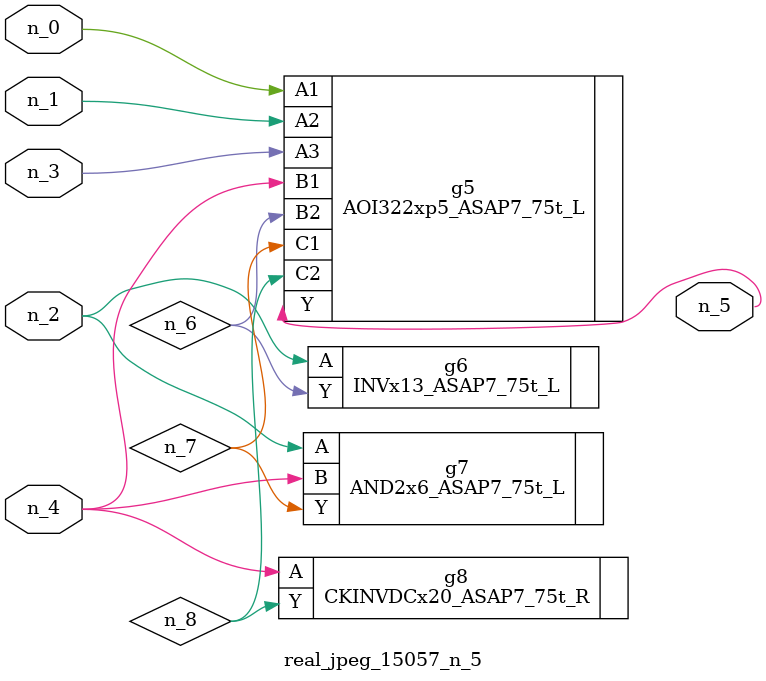
<source format=v>
module real_jpeg_15057_n_5 (n_4, n_0, n_1, n_2, n_3, n_5);

input n_4;
input n_0;
input n_1;
input n_2;
input n_3;

output n_5;

wire n_8;
wire n_6;
wire n_7;

AOI322xp5_ASAP7_75t_L g5 ( 
.A1(n_0),
.A2(n_1),
.A3(n_3),
.B1(n_4),
.B2(n_6),
.C1(n_7),
.C2(n_8),
.Y(n_5)
);

INVx13_ASAP7_75t_L g6 ( 
.A(n_2),
.Y(n_6)
);

AND2x6_ASAP7_75t_L g7 ( 
.A(n_2),
.B(n_4),
.Y(n_7)
);

CKINVDCx20_ASAP7_75t_R g8 ( 
.A(n_4),
.Y(n_8)
);


endmodule
</source>
